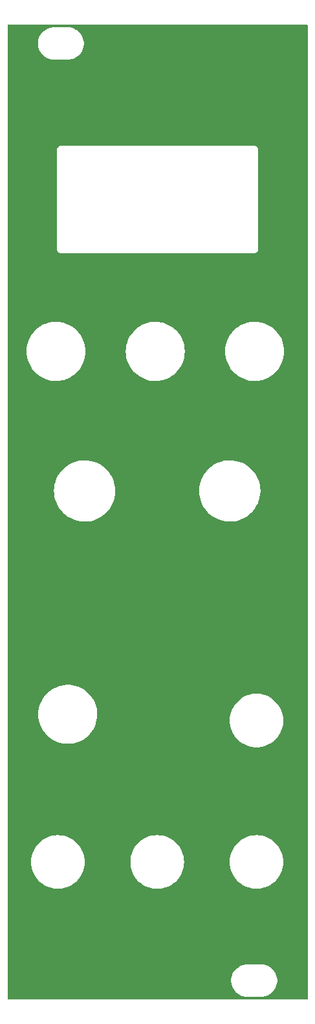
<source format=gbr>
%TF.GenerationSoftware,KiCad,Pcbnew,(5.99.0-12348-g4b436fb86d)*%
%TF.CreationDate,2021-09-19T12:14:32+01:00*%
%TF.ProjectId,Panel,50616e65-6c2e-46b6-9963-61645f706362,rev?*%
%TF.SameCoordinates,Original*%
%TF.FileFunction,Copper,L1,Top*%
%TF.FilePolarity,Positive*%
%FSLAX46Y46*%
G04 Gerber Fmt 4.6, Leading zero omitted, Abs format (unit mm)*
G04 Created by KiCad (PCBNEW (5.99.0-12348-g4b436fb86d)) date 2021-09-19 12:14:32*
%MOMM*%
%LPD*%
G01*
G04 APERTURE LIST*
G04 APERTURE END LIST*
%TA.AperFunction,NonConductor*%
G36*
X142634121Y-40528002D02*
G01*
X142680614Y-40581658D01*
X142692000Y-40634000D01*
X142692000Y-167866000D01*
X142671998Y-167934121D01*
X142618342Y-167980614D01*
X142566000Y-167992000D01*
X103534000Y-167992000D01*
X103465879Y-167971998D01*
X103419386Y-167918342D01*
X103408000Y-167866000D01*
X103408000Y-165632703D01*
X132690743Y-165632703D01*
X132728268Y-165917734D01*
X132804129Y-166195036D01*
X132916923Y-166459476D01*
X133064561Y-166706161D01*
X133244313Y-166930528D01*
X133452851Y-167128423D01*
X133686317Y-167296186D01*
X133690112Y-167298195D01*
X133690113Y-167298196D01*
X133711869Y-167309715D01*
X133940392Y-167430712D01*
X134210373Y-167529511D01*
X134491264Y-167590755D01*
X134519841Y-167593004D01*
X134714282Y-167608307D01*
X134714291Y-167608307D01*
X134716739Y-167608500D01*
X136672271Y-167608500D01*
X136674407Y-167608354D01*
X136674418Y-167608354D01*
X136882548Y-167594165D01*
X136882554Y-167594164D01*
X136886825Y-167593873D01*
X136891020Y-167593004D01*
X136891022Y-167593004D01*
X137027584Y-167564723D01*
X137168342Y-167535574D01*
X137439343Y-167439607D01*
X137694812Y-167307750D01*
X137698313Y-167305289D01*
X137698317Y-167305287D01*
X137812418Y-167225095D01*
X137930023Y-167142441D01*
X138140622Y-166946740D01*
X138322713Y-166724268D01*
X138472927Y-166479142D01*
X138588483Y-166215898D01*
X138667244Y-165939406D01*
X138707751Y-165654784D01*
X138707845Y-165636951D01*
X138709235Y-165371583D01*
X138709235Y-165371576D01*
X138709257Y-165367297D01*
X138671732Y-165082266D01*
X138595871Y-164804964D01*
X138483077Y-164540524D01*
X138335439Y-164293839D01*
X138155687Y-164069472D01*
X137947149Y-163871577D01*
X137713683Y-163703814D01*
X137691843Y-163692250D01*
X137668654Y-163679972D01*
X137459608Y-163569288D01*
X137189627Y-163470489D01*
X136908736Y-163409245D01*
X136877685Y-163406801D01*
X136685718Y-163391693D01*
X136685709Y-163391693D01*
X136683261Y-163391500D01*
X134727729Y-163391500D01*
X134725593Y-163391646D01*
X134725582Y-163391646D01*
X134517452Y-163405835D01*
X134517446Y-163405836D01*
X134513175Y-163406127D01*
X134508980Y-163406996D01*
X134508978Y-163406996D01*
X134372417Y-163435276D01*
X134231658Y-163464426D01*
X133960657Y-163560393D01*
X133705188Y-163692250D01*
X133701687Y-163694711D01*
X133701683Y-163694713D01*
X133691594Y-163701804D01*
X133469977Y-163857559D01*
X133259378Y-164053260D01*
X133077287Y-164275732D01*
X132927073Y-164520858D01*
X132811517Y-164784102D01*
X132732756Y-165060594D01*
X132692249Y-165345216D01*
X132692227Y-165349505D01*
X132692226Y-165349512D01*
X132690765Y-165628417D01*
X132690743Y-165632703D01*
X103408000Y-165632703D01*
X103408000Y-150000000D01*
X106486685Y-150000000D01*
X106505931Y-150367241D01*
X106563459Y-150730459D01*
X106658639Y-151085674D01*
X106790427Y-151428994D01*
X106957380Y-151756657D01*
X107157668Y-152065075D01*
X107389098Y-152350867D01*
X107649133Y-152610902D01*
X107934925Y-152842332D01*
X108243342Y-153042620D01*
X108246276Y-153044115D01*
X108246283Y-153044119D01*
X108568066Y-153208075D01*
X108571006Y-153209573D01*
X108914326Y-153341361D01*
X109269541Y-153436541D01*
X109462558Y-153467112D01*
X109629511Y-153493555D01*
X109629519Y-153493556D01*
X109632759Y-153494069D01*
X110000000Y-153513315D01*
X110367241Y-153494069D01*
X110370481Y-153493556D01*
X110370489Y-153493555D01*
X110537442Y-153467112D01*
X110730459Y-153436541D01*
X111085674Y-153341361D01*
X111428994Y-153209573D01*
X111431934Y-153208075D01*
X111753717Y-153044119D01*
X111753724Y-153044115D01*
X111756658Y-153042620D01*
X112065075Y-152842332D01*
X112350867Y-152610902D01*
X112610902Y-152350867D01*
X112842332Y-152065075D01*
X113042620Y-151756657D01*
X113209573Y-151428994D01*
X113341361Y-151085674D01*
X113436541Y-150730459D01*
X113494069Y-150367241D01*
X113513315Y-150000000D01*
X119486685Y-150000000D01*
X119505931Y-150367241D01*
X119563459Y-150730459D01*
X119658639Y-151085674D01*
X119790427Y-151428994D01*
X119957380Y-151756657D01*
X120157668Y-152065075D01*
X120389098Y-152350867D01*
X120649133Y-152610902D01*
X120934925Y-152842332D01*
X121243342Y-153042620D01*
X121246276Y-153044115D01*
X121246283Y-153044119D01*
X121568066Y-153208075D01*
X121571006Y-153209573D01*
X121914326Y-153341361D01*
X122269541Y-153436541D01*
X122462558Y-153467112D01*
X122629511Y-153493555D01*
X122629519Y-153493556D01*
X122632759Y-153494069D01*
X123000000Y-153513315D01*
X123367241Y-153494069D01*
X123370481Y-153493556D01*
X123370489Y-153493555D01*
X123537442Y-153467112D01*
X123730459Y-153436541D01*
X124085674Y-153341361D01*
X124428994Y-153209573D01*
X124431934Y-153208075D01*
X124753717Y-153044119D01*
X124753724Y-153044115D01*
X124756658Y-153042620D01*
X125065075Y-152842332D01*
X125350867Y-152610902D01*
X125610902Y-152350867D01*
X125842332Y-152065075D01*
X126042620Y-151756657D01*
X126209573Y-151428994D01*
X126341361Y-151085674D01*
X126436541Y-150730459D01*
X126494069Y-150367241D01*
X126513315Y-150000000D01*
X132486685Y-150000000D01*
X132505931Y-150367241D01*
X132563459Y-150730459D01*
X132658639Y-151085674D01*
X132790427Y-151428994D01*
X132957380Y-151756657D01*
X133157668Y-152065075D01*
X133389098Y-152350867D01*
X133649133Y-152610902D01*
X133934925Y-152842332D01*
X134243342Y-153042620D01*
X134246276Y-153044115D01*
X134246283Y-153044119D01*
X134568066Y-153208075D01*
X134571006Y-153209573D01*
X134914326Y-153341361D01*
X135269541Y-153436541D01*
X135462558Y-153467112D01*
X135629511Y-153493555D01*
X135629519Y-153493556D01*
X135632759Y-153494069D01*
X136000000Y-153513315D01*
X136367241Y-153494069D01*
X136370481Y-153493556D01*
X136370489Y-153493555D01*
X136537442Y-153467112D01*
X136730459Y-153436541D01*
X137085674Y-153341361D01*
X137428994Y-153209573D01*
X137431934Y-153208075D01*
X137753717Y-153044119D01*
X137753724Y-153044115D01*
X137756658Y-153042620D01*
X138065075Y-152842332D01*
X138350867Y-152610902D01*
X138610902Y-152350867D01*
X138842332Y-152065075D01*
X139042620Y-151756657D01*
X139209573Y-151428994D01*
X139341361Y-151085674D01*
X139436541Y-150730459D01*
X139494069Y-150367241D01*
X139513315Y-150000000D01*
X139494069Y-149632759D01*
X139436541Y-149269541D01*
X139341361Y-148914326D01*
X139209573Y-148571006D01*
X139042620Y-148243343D01*
X138842332Y-147934925D01*
X138610902Y-147649133D01*
X138350867Y-147389098D01*
X138065075Y-147157668D01*
X137756658Y-146957380D01*
X137753724Y-146955885D01*
X137753717Y-146955881D01*
X137431934Y-146791925D01*
X137428994Y-146790427D01*
X137085674Y-146658639D01*
X136730459Y-146563459D01*
X136537442Y-146532888D01*
X136370489Y-146506445D01*
X136370481Y-146506444D01*
X136367241Y-146505931D01*
X136000000Y-146486685D01*
X135632759Y-146505931D01*
X135629519Y-146506444D01*
X135629511Y-146506445D01*
X135462558Y-146532888D01*
X135269541Y-146563459D01*
X134914326Y-146658639D01*
X134571006Y-146790427D01*
X134568066Y-146791925D01*
X134246284Y-146955881D01*
X134246277Y-146955885D01*
X134243343Y-146957380D01*
X133934925Y-147157668D01*
X133649133Y-147389098D01*
X133389098Y-147649133D01*
X133157668Y-147934925D01*
X132957380Y-148243343D01*
X132790427Y-148571006D01*
X132658639Y-148914326D01*
X132563459Y-149269541D01*
X132505931Y-149632759D01*
X132486685Y-150000000D01*
X126513315Y-150000000D01*
X126494069Y-149632759D01*
X126436541Y-149269541D01*
X126341361Y-148914326D01*
X126209573Y-148571006D01*
X126042620Y-148243343D01*
X125842332Y-147934925D01*
X125610902Y-147649133D01*
X125350867Y-147389098D01*
X125065075Y-147157668D01*
X124756658Y-146957380D01*
X124753724Y-146955885D01*
X124753717Y-146955881D01*
X124431934Y-146791925D01*
X124428994Y-146790427D01*
X124085674Y-146658639D01*
X123730459Y-146563459D01*
X123537442Y-146532888D01*
X123370489Y-146506445D01*
X123370481Y-146506444D01*
X123367241Y-146505931D01*
X123000000Y-146486685D01*
X122632759Y-146505931D01*
X122629519Y-146506444D01*
X122629511Y-146506445D01*
X122462558Y-146532888D01*
X122269541Y-146563459D01*
X121914326Y-146658639D01*
X121571006Y-146790427D01*
X121568066Y-146791925D01*
X121246284Y-146955881D01*
X121246277Y-146955885D01*
X121243343Y-146957380D01*
X120934925Y-147157668D01*
X120649133Y-147389098D01*
X120389098Y-147649133D01*
X120157668Y-147934925D01*
X119957380Y-148243343D01*
X119790427Y-148571006D01*
X119658639Y-148914326D01*
X119563459Y-149269541D01*
X119505931Y-149632759D01*
X119486685Y-150000000D01*
X113513315Y-150000000D01*
X113494069Y-149632759D01*
X113436541Y-149269541D01*
X113341361Y-148914326D01*
X113209573Y-148571006D01*
X113042620Y-148243343D01*
X112842332Y-147934925D01*
X112610902Y-147649133D01*
X112350867Y-147389098D01*
X112065075Y-147157668D01*
X111756658Y-146957380D01*
X111753724Y-146955885D01*
X111753717Y-146955881D01*
X111431934Y-146791925D01*
X111428994Y-146790427D01*
X111085674Y-146658639D01*
X110730459Y-146563459D01*
X110537442Y-146532888D01*
X110370489Y-146506445D01*
X110370481Y-146506444D01*
X110367241Y-146505931D01*
X110000000Y-146486685D01*
X109632759Y-146505931D01*
X109629519Y-146506444D01*
X109629511Y-146506445D01*
X109462558Y-146532888D01*
X109269541Y-146563459D01*
X108914326Y-146658639D01*
X108571006Y-146790427D01*
X108568066Y-146791925D01*
X108246284Y-146955881D01*
X108246277Y-146955885D01*
X108243343Y-146957380D01*
X107934925Y-147157668D01*
X107649133Y-147389098D01*
X107389098Y-147649133D01*
X107157668Y-147934925D01*
X106957380Y-148243343D01*
X106790427Y-148571006D01*
X106658639Y-148914326D01*
X106563459Y-149269541D01*
X106505931Y-149632759D01*
X106486685Y-150000000D01*
X103408000Y-150000000D01*
X103408000Y-130686514D01*
X107436565Y-130686514D01*
X107454980Y-131077008D01*
X107512763Y-131463641D01*
X107513549Y-131466723D01*
X107513549Y-131466725D01*
X107523648Y-131506343D01*
X107609321Y-131842456D01*
X107743667Y-132209574D01*
X107914425Y-132561236D01*
X108119846Y-132893841D01*
X108121787Y-132896371D01*
X108121788Y-132896372D01*
X108143240Y-132924328D01*
X108357828Y-133203985D01*
X108625933Y-133488491D01*
X108628338Y-133490575D01*
X108628344Y-133490580D01*
X108919010Y-133742362D01*
X108921417Y-133744447D01*
X109241254Y-133969233D01*
X109582170Y-134160546D01*
X109940674Y-134316428D01*
X110313096Y-134435283D01*
X110316229Y-134435943D01*
X110316232Y-134435944D01*
X110692494Y-134515234D01*
X110692497Y-134515235D01*
X110695622Y-134515893D01*
X111084336Y-134557435D01*
X111087523Y-134557452D01*
X111087529Y-134557452D01*
X111264895Y-134558380D01*
X111475258Y-134559482D01*
X111634808Y-134544119D01*
X111861221Y-134522318D01*
X111861226Y-134522317D01*
X111864386Y-134522013D01*
X111867505Y-134521390D01*
X111867510Y-134521389D01*
X112056412Y-134483642D01*
X112247735Y-134445412D01*
X112576946Y-134344134D01*
X112618339Y-134331400D01*
X112618342Y-134331399D01*
X112621381Y-134330464D01*
X112624309Y-134329227D01*
X112624315Y-134329225D01*
X112786219Y-134260834D01*
X112981498Y-134178345D01*
X112984301Y-134176811D01*
X112984306Y-134176808D01*
X113132339Y-134095762D01*
X113324398Y-133990612D01*
X113646572Y-133769188D01*
X113944720Y-133516340D01*
X113946925Y-133514048D01*
X113946931Y-133514043D01*
X114191954Y-133259426D01*
X114215790Y-133234657D01*
X114457006Y-132927023D01*
X114665899Y-132596587D01*
X114667319Y-132593739D01*
X114667324Y-132593730D01*
X114838910Y-132249580D01*
X114840330Y-132246732D01*
X114978513Y-131881041D01*
X114983061Y-131863951D01*
X115078212Y-131506343D01*
X115079033Y-131503258D01*
X115079555Y-131500000D01*
X132486685Y-131500000D01*
X132505931Y-131867241D01*
X132506444Y-131870481D01*
X132506445Y-131870489D01*
X132532888Y-132037442D01*
X132563459Y-132230459D01*
X132658639Y-132585674D01*
X132790427Y-132928994D01*
X132791925Y-132931934D01*
X132947344Y-133236960D01*
X132957380Y-133256657D01*
X133157668Y-133565075D01*
X133389098Y-133850867D01*
X133649133Y-134110902D01*
X133934925Y-134342332D01*
X133937700Y-134344134D01*
X134212080Y-134522318D01*
X134243342Y-134542620D01*
X134246276Y-134544115D01*
X134246283Y-134544119D01*
X134568066Y-134708075D01*
X134571006Y-134709573D01*
X134914326Y-134841361D01*
X135269541Y-134936541D01*
X135462558Y-134967112D01*
X135629511Y-134993555D01*
X135629519Y-134993556D01*
X135632759Y-134994069D01*
X136000000Y-135013315D01*
X136367241Y-134994069D01*
X136370481Y-134993556D01*
X136370489Y-134993555D01*
X136537442Y-134967112D01*
X136730459Y-134936541D01*
X137085674Y-134841361D01*
X137428994Y-134709573D01*
X137431934Y-134708075D01*
X137753717Y-134544119D01*
X137753724Y-134544115D01*
X137756658Y-134542620D01*
X137787921Y-134522318D01*
X138062300Y-134344134D01*
X138065075Y-134342332D01*
X138350867Y-134110902D01*
X138610902Y-133850867D01*
X138842332Y-133565075D01*
X139042620Y-133256657D01*
X139052657Y-133236960D01*
X139208075Y-132931934D01*
X139209573Y-132928994D01*
X139341361Y-132585674D01*
X139436541Y-132230459D01*
X139467112Y-132037442D01*
X139493555Y-131870489D01*
X139493556Y-131870481D01*
X139494069Y-131867241D01*
X139513315Y-131500000D01*
X139494069Y-131132759D01*
X139491109Y-131114065D01*
X139437057Y-130772802D01*
X139436541Y-130769541D01*
X139341361Y-130414326D01*
X139209573Y-130071006D01*
X139208075Y-130068066D01*
X139044119Y-129746284D01*
X139044115Y-129746277D01*
X139042620Y-129743343D01*
X138842332Y-129434925D01*
X138610902Y-129149133D01*
X138350867Y-128889098D01*
X138065075Y-128657668D01*
X137797666Y-128484011D01*
X137759427Y-128459178D01*
X137759424Y-128459176D01*
X137756658Y-128457380D01*
X137753724Y-128455885D01*
X137753717Y-128455881D01*
X137431934Y-128291925D01*
X137428994Y-128290427D01*
X137156327Y-128185760D01*
X137088764Y-128159825D01*
X137088762Y-128159824D01*
X137085674Y-128158639D01*
X136730459Y-128063459D01*
X136537442Y-128032888D01*
X136370489Y-128006445D01*
X136370481Y-128006444D01*
X136367241Y-128005931D01*
X136000000Y-127986685D01*
X135632759Y-128005931D01*
X135629519Y-128006444D01*
X135629511Y-128006445D01*
X135462558Y-128032888D01*
X135269541Y-128063459D01*
X134914326Y-128158639D01*
X134911238Y-128159824D01*
X134911236Y-128159825D01*
X134843673Y-128185760D01*
X134571006Y-128290427D01*
X134568066Y-128291925D01*
X134246284Y-128455881D01*
X134246277Y-128455885D01*
X134243343Y-128457380D01*
X134240577Y-128459176D01*
X134240574Y-128459178D01*
X134036482Y-128591716D01*
X133934925Y-128657668D01*
X133649133Y-128889098D01*
X133389098Y-129149133D01*
X133157668Y-129434925D01*
X132957380Y-129743343D01*
X132955885Y-129746277D01*
X132955881Y-129746284D01*
X132791925Y-130068066D01*
X132790427Y-130071006D01*
X132658639Y-130414326D01*
X132563459Y-130769541D01*
X132562943Y-130772802D01*
X132508892Y-131114065D01*
X132505931Y-131132759D01*
X132486685Y-131500000D01*
X115079555Y-131500000D01*
X115140861Y-131117251D01*
X115143000Y-131080167D01*
X115163267Y-130728665D01*
X115163365Y-130726972D01*
X115163459Y-130700000D01*
X115149150Y-130417519D01*
X115143842Y-130312746D01*
X115143841Y-130312741D01*
X115143681Y-130309573D01*
X115084549Y-129923144D01*
X114986668Y-129544668D01*
X114983047Y-129534879D01*
X114852151Y-129181019D01*
X114852148Y-129181013D01*
X114851042Y-129178022D01*
X114679057Y-128826958D01*
X114673503Y-128818034D01*
X114474162Y-128497781D01*
X114472476Y-128495072D01*
X114233414Y-128185760D01*
X113964317Y-127902192D01*
X113961893Y-127900107D01*
X113670356Y-127649346D01*
X113670353Y-127649344D01*
X113667941Y-127647269D01*
X113665333Y-127645449D01*
X113665327Y-127645445D01*
X113349934Y-127425424D01*
X113347321Y-127423601D01*
X113005740Y-127233479D01*
X113002820Y-127232221D01*
X113002815Y-127232219D01*
X112649628Y-127080112D01*
X112649618Y-127080108D01*
X112646694Y-127078849D01*
X112273860Y-126961295D01*
X111999971Y-126904575D01*
X111894180Y-126882667D01*
X111894177Y-126882667D01*
X111891055Y-126882020D01*
X111607344Y-126852702D01*
X111505354Y-126842162D01*
X111505351Y-126842162D01*
X111502198Y-126841836D01*
X111499031Y-126841830D01*
X111499022Y-126841830D01*
X111306362Y-126841494D01*
X111111271Y-126841153D01*
X110722276Y-126879980D01*
X110339197Y-126957919D01*
X109965955Y-127074171D01*
X109858229Y-127120120D01*
X109609301Y-127226296D01*
X109609297Y-127226298D01*
X109606371Y-127227546D01*
X109603592Y-127229080D01*
X109603586Y-127229083D01*
X109308467Y-127391998D01*
X109264128Y-127416474D01*
X109261507Y-127418289D01*
X109261502Y-127418292D01*
X108945353Y-127637204D01*
X108942729Y-127639021D01*
X108645466Y-127892909D01*
X108375381Y-128175536D01*
X108373424Y-128178049D01*
X108373423Y-128178051D01*
X108155972Y-128457380D01*
X108135240Y-128484011D01*
X108133544Y-128486715D01*
X108133541Y-128486719D01*
X108128301Y-128495072D01*
X107927501Y-128815174D01*
X107926091Y-128818026D01*
X107926087Y-128818034D01*
X107889807Y-128891442D01*
X107754293Y-129165635D01*
X107617387Y-129531806D01*
X107518186Y-129909938D01*
X107457705Y-130296159D01*
X107457534Y-130299318D01*
X107457533Y-130299327D01*
X107439083Y-130640015D01*
X107436565Y-130686514D01*
X103408000Y-130686514D01*
X103408000Y-101443965D01*
X109487057Y-101443965D01*
X109500741Y-101835827D01*
X109552599Y-102224484D01*
X109642136Y-102606225D01*
X109768496Y-102977407D01*
X109930475Y-103334487D01*
X110126525Y-103674056D01*
X110128314Y-103676554D01*
X110128316Y-103676558D01*
X110228047Y-103815860D01*
X110354776Y-103992874D01*
X110613049Y-104287896D01*
X110898878Y-104556308D01*
X111209536Y-104795546D01*
X111212139Y-104797173D01*
X111212144Y-104797176D01*
X111331576Y-104871805D01*
X111542056Y-105003328D01*
X111893266Y-105177670D01*
X112259812Y-105316907D01*
X112638195Y-105419712D01*
X112936419Y-105470153D01*
X113021783Y-105484591D01*
X113021786Y-105484591D01*
X113024805Y-105485102D01*
X113179444Y-105495916D01*
X113412885Y-105512240D01*
X113412893Y-105512240D01*
X113415951Y-105512454D01*
X113668037Y-105505413D01*
X113804825Y-105501592D01*
X113804828Y-105501592D01*
X113807899Y-105501506D01*
X113810952Y-105501120D01*
X113810956Y-105501120D01*
X113952576Y-105483229D01*
X114196908Y-105452362D01*
X114199912Y-105451680D01*
X114199915Y-105451679D01*
X114576269Y-105366174D01*
X114576275Y-105366172D01*
X114579265Y-105365493D01*
X114582184Y-105364522D01*
X114948396Y-105242700D01*
X114948402Y-105242698D01*
X114951320Y-105241727D01*
X115092735Y-105178765D01*
X115306722Y-105083492D01*
X115306728Y-105083489D01*
X115309522Y-105082245D01*
X115312191Y-105080729D01*
X115647784Y-104890086D01*
X115647790Y-104890083D01*
X115650452Y-104888570D01*
X115970855Y-104662550D01*
X116267674Y-104406344D01*
X116538074Y-104122395D01*
X116779475Y-103813415D01*
X116989574Y-103482354D01*
X117166363Y-103132370D01*
X117226469Y-102977407D01*
X117307041Y-102769681D01*
X117307044Y-102769672D01*
X117308156Y-102766805D01*
X117413600Y-102389148D01*
X117481688Y-102003004D01*
X117511769Y-101612059D01*
X117513334Y-101500000D01*
X117510594Y-101443965D01*
X128487057Y-101443965D01*
X128500741Y-101835827D01*
X128552599Y-102224484D01*
X128642136Y-102606225D01*
X128768496Y-102977407D01*
X128930475Y-103334487D01*
X129126525Y-103674056D01*
X129128314Y-103676554D01*
X129128316Y-103676558D01*
X129228047Y-103815860D01*
X129354776Y-103992874D01*
X129613049Y-104287896D01*
X129898878Y-104556308D01*
X130209536Y-104795546D01*
X130212139Y-104797173D01*
X130212144Y-104797176D01*
X130331576Y-104871805D01*
X130542056Y-105003328D01*
X130893266Y-105177670D01*
X131259812Y-105316907D01*
X131638195Y-105419712D01*
X131936419Y-105470153D01*
X132021783Y-105484591D01*
X132021786Y-105484591D01*
X132024805Y-105485102D01*
X132179444Y-105495916D01*
X132412885Y-105512240D01*
X132412893Y-105512240D01*
X132415951Y-105512454D01*
X132668037Y-105505413D01*
X132804825Y-105501592D01*
X132804828Y-105501592D01*
X132807899Y-105501506D01*
X132810952Y-105501120D01*
X132810956Y-105501120D01*
X132952576Y-105483229D01*
X133196908Y-105452362D01*
X133199912Y-105451680D01*
X133199915Y-105451679D01*
X133576269Y-105366174D01*
X133576275Y-105366172D01*
X133579265Y-105365493D01*
X133582184Y-105364522D01*
X133948396Y-105242700D01*
X133948402Y-105242698D01*
X133951320Y-105241727D01*
X134092735Y-105178765D01*
X134306722Y-105083492D01*
X134306728Y-105083489D01*
X134309522Y-105082245D01*
X134312191Y-105080729D01*
X134647784Y-104890086D01*
X134647790Y-104890083D01*
X134650452Y-104888570D01*
X134970855Y-104662550D01*
X135267674Y-104406344D01*
X135538074Y-104122395D01*
X135779475Y-103813415D01*
X135989574Y-103482354D01*
X136166363Y-103132370D01*
X136226469Y-102977407D01*
X136307041Y-102769681D01*
X136307044Y-102769672D01*
X136308156Y-102766805D01*
X136413600Y-102389148D01*
X136481688Y-102003004D01*
X136511769Y-101612059D01*
X136513334Y-101500000D01*
X136510594Y-101443965D01*
X136494330Y-101111440D01*
X136494180Y-101108367D01*
X136436901Y-100720473D01*
X136342043Y-100340019D01*
X136210512Y-99970637D01*
X136043564Y-99615854D01*
X136041997Y-99613225D01*
X136041992Y-99613216D01*
X135844361Y-99281689D01*
X135842791Y-99279055D01*
X135840977Y-99276595D01*
X135840972Y-99276587D01*
X135611933Y-98965926D01*
X135611931Y-98965923D01*
X135610111Y-98963455D01*
X135347744Y-98672068D01*
X135058195Y-98407673D01*
X134744228Y-98172795D01*
X134696015Y-98143596D01*
X134411467Y-97971267D01*
X134411458Y-97971262D01*
X134408839Y-97969676D01*
X134055229Y-97800255D01*
X134052339Y-97799203D01*
X134052334Y-97799201D01*
X133689674Y-97667204D01*
X133689671Y-97667203D01*
X133686775Y-97666149D01*
X133410563Y-97595229D01*
X133309977Y-97569403D01*
X133309974Y-97569402D01*
X133306993Y-97568637D01*
X132919508Y-97508651D01*
X132528018Y-97486764D01*
X132524939Y-97486893D01*
X132524936Y-97486893D01*
X132269188Y-97497612D01*
X132136261Y-97503183D01*
X132133217Y-97503611D01*
X132133215Y-97503611D01*
X131922778Y-97533186D01*
X131747976Y-97557753D01*
X131366869Y-97649953D01*
X130996579Y-97778902D01*
X130640638Y-97943369D01*
X130302446Y-98141785D01*
X130142444Y-98258033D01*
X129987711Y-98370453D01*
X129987705Y-98370458D01*
X129985230Y-98372256D01*
X129982944Y-98374285D01*
X129982941Y-98374288D01*
X129903123Y-98445154D01*
X129692017Y-98632583D01*
X129689938Y-98634828D01*
X129689931Y-98634835D01*
X129427694Y-98918026D01*
X129425608Y-98920279D01*
X129188544Y-99232599D01*
X128983089Y-99566562D01*
X128811203Y-99918980D01*
X128674527Y-100286489D01*
X128574367Y-100665581D01*
X128511677Y-101052638D01*
X128511483Y-101055718D01*
X128511483Y-101055720D01*
X128507978Y-101111440D01*
X128487057Y-101443965D01*
X117510594Y-101443965D01*
X117494330Y-101111440D01*
X117494180Y-101108367D01*
X117436901Y-100720473D01*
X117342043Y-100340019D01*
X117210512Y-99970637D01*
X117043564Y-99615854D01*
X117041997Y-99613225D01*
X117041992Y-99613216D01*
X116844361Y-99281689D01*
X116842791Y-99279055D01*
X116840977Y-99276595D01*
X116840972Y-99276587D01*
X116611933Y-98965926D01*
X116611931Y-98965923D01*
X116610111Y-98963455D01*
X116347744Y-98672068D01*
X116058195Y-98407673D01*
X115744228Y-98172795D01*
X115696015Y-98143596D01*
X115411467Y-97971267D01*
X115411458Y-97971262D01*
X115408839Y-97969676D01*
X115055229Y-97800255D01*
X115052339Y-97799203D01*
X115052334Y-97799201D01*
X114689674Y-97667204D01*
X114689671Y-97667203D01*
X114686775Y-97666149D01*
X114410563Y-97595229D01*
X114309977Y-97569403D01*
X114309974Y-97569402D01*
X114306993Y-97568637D01*
X113919508Y-97508651D01*
X113528018Y-97486764D01*
X113524939Y-97486893D01*
X113524936Y-97486893D01*
X113269188Y-97497612D01*
X113136261Y-97503183D01*
X113133217Y-97503611D01*
X113133215Y-97503611D01*
X112922778Y-97533186D01*
X112747976Y-97557753D01*
X112366869Y-97649953D01*
X111996579Y-97778902D01*
X111640638Y-97943369D01*
X111302446Y-98141785D01*
X111142444Y-98258033D01*
X110987711Y-98370453D01*
X110987705Y-98370458D01*
X110985230Y-98372256D01*
X110982944Y-98374285D01*
X110982941Y-98374288D01*
X110903123Y-98445154D01*
X110692017Y-98632583D01*
X110689938Y-98634828D01*
X110689931Y-98634835D01*
X110427694Y-98918026D01*
X110425608Y-98920279D01*
X110188544Y-99232599D01*
X109983089Y-99566562D01*
X109811203Y-99918980D01*
X109674527Y-100286489D01*
X109574367Y-100665581D01*
X109511677Y-101052638D01*
X109511483Y-101055718D01*
X109511483Y-101055720D01*
X109507978Y-101111440D01*
X109487057Y-101443965D01*
X103408000Y-101443965D01*
X103408000Y-83236514D01*
X105886565Y-83236514D01*
X105904980Y-83627008D01*
X105962763Y-84013641D01*
X105963549Y-84016723D01*
X105963549Y-84016725D01*
X105973648Y-84056343D01*
X106059321Y-84392456D01*
X106193667Y-84759574D01*
X106364425Y-85111236D01*
X106569846Y-85443841D01*
X106571787Y-85446371D01*
X106571788Y-85446372D01*
X106593240Y-85474328D01*
X106807828Y-85753985D01*
X107075933Y-86038491D01*
X107078338Y-86040575D01*
X107078344Y-86040580D01*
X107110462Y-86068401D01*
X107371417Y-86294447D01*
X107691254Y-86519233D01*
X108032170Y-86710546D01*
X108390674Y-86866428D01*
X108763096Y-86985283D01*
X108766229Y-86985943D01*
X108766232Y-86985944D01*
X109142494Y-87065234D01*
X109142497Y-87065235D01*
X109145622Y-87065893D01*
X109534336Y-87107435D01*
X109537523Y-87107452D01*
X109537529Y-87107452D01*
X109714895Y-87108380D01*
X109925258Y-87109482D01*
X110072592Y-87095295D01*
X110311221Y-87072318D01*
X110311226Y-87072317D01*
X110314386Y-87072013D01*
X110317505Y-87071390D01*
X110317510Y-87071389D01*
X110506412Y-87033642D01*
X110697735Y-86995412D01*
X110984089Y-86907318D01*
X111068339Y-86881400D01*
X111068342Y-86881399D01*
X111071381Y-86880464D01*
X111074309Y-86879227D01*
X111074315Y-86879225D01*
X111236219Y-86810834D01*
X111431498Y-86728345D01*
X111434301Y-86726811D01*
X111434306Y-86726808D01*
X111582339Y-86645762D01*
X111774398Y-86540612D01*
X112096572Y-86319188D01*
X112394720Y-86066340D01*
X112396925Y-86064048D01*
X112396931Y-86064043D01*
X112507327Y-85949324D01*
X112665790Y-85784657D01*
X112907006Y-85477023D01*
X113115899Y-85146587D01*
X113117319Y-85143739D01*
X113117324Y-85143730D01*
X113288910Y-84799580D01*
X113290330Y-84796732D01*
X113428513Y-84431041D01*
X113529033Y-84053258D01*
X113590861Y-83667251D01*
X113593000Y-83630167D01*
X113613267Y-83278665D01*
X113613365Y-83276972D01*
X113613459Y-83250000D01*
X113612776Y-83236514D01*
X118886565Y-83236514D01*
X118904980Y-83627008D01*
X118962763Y-84013641D01*
X118963549Y-84016723D01*
X118963549Y-84016725D01*
X118973648Y-84056343D01*
X119059321Y-84392456D01*
X119193667Y-84759574D01*
X119364425Y-85111236D01*
X119569846Y-85443841D01*
X119571787Y-85446371D01*
X119571788Y-85446372D01*
X119593240Y-85474328D01*
X119807828Y-85753985D01*
X120075933Y-86038491D01*
X120078338Y-86040575D01*
X120078344Y-86040580D01*
X120110462Y-86068401D01*
X120371417Y-86294447D01*
X120691254Y-86519233D01*
X121032170Y-86710546D01*
X121390674Y-86866428D01*
X121763096Y-86985283D01*
X121766229Y-86985943D01*
X121766232Y-86985944D01*
X122142494Y-87065234D01*
X122142497Y-87065235D01*
X122145622Y-87065893D01*
X122534336Y-87107435D01*
X122537523Y-87107452D01*
X122537529Y-87107452D01*
X122714895Y-87108380D01*
X122925258Y-87109482D01*
X123072592Y-87095295D01*
X123311221Y-87072318D01*
X123311226Y-87072317D01*
X123314386Y-87072013D01*
X123317505Y-87071390D01*
X123317510Y-87071389D01*
X123506412Y-87033642D01*
X123697735Y-86995412D01*
X123984089Y-86907318D01*
X124068339Y-86881400D01*
X124068342Y-86881399D01*
X124071381Y-86880464D01*
X124074309Y-86879227D01*
X124074315Y-86879225D01*
X124236219Y-86810834D01*
X124431498Y-86728345D01*
X124434301Y-86726811D01*
X124434306Y-86726808D01*
X124582339Y-86645762D01*
X124774398Y-86540612D01*
X125096572Y-86319188D01*
X125394720Y-86066340D01*
X125396925Y-86064048D01*
X125396931Y-86064043D01*
X125507327Y-85949324D01*
X125665790Y-85784657D01*
X125907006Y-85477023D01*
X126115899Y-85146587D01*
X126117319Y-85143739D01*
X126117324Y-85143730D01*
X126288910Y-84799580D01*
X126290330Y-84796732D01*
X126428513Y-84431041D01*
X126529033Y-84053258D01*
X126590861Y-83667251D01*
X126593000Y-83630167D01*
X126613267Y-83278665D01*
X126613365Y-83276972D01*
X126613459Y-83250000D01*
X126612776Y-83236514D01*
X131886565Y-83236514D01*
X131904980Y-83627008D01*
X131962763Y-84013641D01*
X131963549Y-84016723D01*
X131963549Y-84016725D01*
X131973648Y-84056343D01*
X132059321Y-84392456D01*
X132193667Y-84759574D01*
X132364425Y-85111236D01*
X132569846Y-85443841D01*
X132571787Y-85446371D01*
X132571788Y-85446372D01*
X132593240Y-85474328D01*
X132807828Y-85753985D01*
X133075933Y-86038491D01*
X133078338Y-86040575D01*
X133078344Y-86040580D01*
X133110462Y-86068401D01*
X133371417Y-86294447D01*
X133691254Y-86519233D01*
X134032170Y-86710546D01*
X134390674Y-86866428D01*
X134763096Y-86985283D01*
X134766229Y-86985943D01*
X134766232Y-86985944D01*
X135142494Y-87065234D01*
X135142497Y-87065235D01*
X135145622Y-87065893D01*
X135534336Y-87107435D01*
X135537523Y-87107452D01*
X135537529Y-87107452D01*
X135714895Y-87108380D01*
X135925258Y-87109482D01*
X136072592Y-87095295D01*
X136311221Y-87072318D01*
X136311226Y-87072317D01*
X136314386Y-87072013D01*
X136317505Y-87071390D01*
X136317510Y-87071389D01*
X136506412Y-87033642D01*
X136697735Y-86995412D01*
X136984089Y-86907318D01*
X137068339Y-86881400D01*
X137068342Y-86881399D01*
X137071381Y-86880464D01*
X137074309Y-86879227D01*
X137074315Y-86879225D01*
X137236219Y-86810834D01*
X137431498Y-86728345D01*
X137434301Y-86726811D01*
X137434306Y-86726808D01*
X137582339Y-86645762D01*
X137774398Y-86540612D01*
X138096572Y-86319188D01*
X138394720Y-86066340D01*
X138396925Y-86064048D01*
X138396931Y-86064043D01*
X138507327Y-85949324D01*
X138665790Y-85784657D01*
X138907006Y-85477023D01*
X139115899Y-85146587D01*
X139117319Y-85143739D01*
X139117324Y-85143730D01*
X139288910Y-84799580D01*
X139290330Y-84796732D01*
X139428513Y-84431041D01*
X139529033Y-84053258D01*
X139590861Y-83667251D01*
X139593000Y-83630167D01*
X139613267Y-83278665D01*
X139613365Y-83276972D01*
X139613459Y-83250000D01*
X139593681Y-82859573D01*
X139534549Y-82473144D01*
X139436668Y-82094668D01*
X139433047Y-82084879D01*
X139302151Y-81731019D01*
X139302148Y-81731013D01*
X139301042Y-81728022D01*
X139129057Y-81376958D01*
X139123503Y-81368034D01*
X138924162Y-81047781D01*
X138922476Y-81045072D01*
X138683414Y-80735760D01*
X138414317Y-80452192D01*
X138411893Y-80450107D01*
X138120356Y-80199346D01*
X138120353Y-80199344D01*
X138117941Y-80197269D01*
X138115333Y-80195449D01*
X138115327Y-80195445D01*
X137799934Y-79975424D01*
X137797321Y-79973601D01*
X137455740Y-79783479D01*
X137452820Y-79782221D01*
X137452815Y-79782219D01*
X137099628Y-79630112D01*
X137099618Y-79630108D01*
X137096694Y-79628849D01*
X136723860Y-79511295D01*
X136449971Y-79454575D01*
X136344180Y-79432667D01*
X136344177Y-79432667D01*
X136341055Y-79432020D01*
X136057344Y-79402702D01*
X135955354Y-79392162D01*
X135955351Y-79392162D01*
X135952198Y-79391836D01*
X135949031Y-79391830D01*
X135949022Y-79391830D01*
X135756362Y-79391494D01*
X135561271Y-79391153D01*
X135172276Y-79429980D01*
X134789197Y-79507919D01*
X134415955Y-79624171D01*
X134308229Y-79670120D01*
X134059301Y-79776296D01*
X134059297Y-79776298D01*
X134056371Y-79777546D01*
X134053592Y-79779080D01*
X134053586Y-79779083D01*
X133758467Y-79941998D01*
X133714128Y-79966474D01*
X133711507Y-79968289D01*
X133711502Y-79968292D01*
X133395353Y-80187204D01*
X133392729Y-80189021D01*
X133095466Y-80442909D01*
X132825381Y-80725536D01*
X132585240Y-81034011D01*
X132583544Y-81036715D01*
X132583541Y-81036719D01*
X132578301Y-81045072D01*
X132377501Y-81365174D01*
X132376091Y-81368026D01*
X132376087Y-81368034D01*
X132205706Y-81712776D01*
X132204293Y-81715635D01*
X132067387Y-82081806D01*
X131968186Y-82459938D01*
X131907705Y-82846159D01*
X131907534Y-82849318D01*
X131907533Y-82849327D01*
X131889083Y-83190015D01*
X131886565Y-83236514D01*
X126612776Y-83236514D01*
X126593681Y-82859573D01*
X126534549Y-82473144D01*
X126436668Y-82094668D01*
X126433047Y-82084879D01*
X126302151Y-81731019D01*
X126302148Y-81731013D01*
X126301042Y-81728022D01*
X126129057Y-81376958D01*
X126123503Y-81368034D01*
X125924162Y-81047781D01*
X125922476Y-81045072D01*
X125683414Y-80735760D01*
X125414317Y-80452192D01*
X125411893Y-80450107D01*
X125120356Y-80199346D01*
X125120353Y-80199344D01*
X125117941Y-80197269D01*
X125115333Y-80195449D01*
X125115327Y-80195445D01*
X124799934Y-79975424D01*
X124797321Y-79973601D01*
X124455740Y-79783479D01*
X124452820Y-79782221D01*
X124452815Y-79782219D01*
X124099628Y-79630112D01*
X124099618Y-79630108D01*
X124096694Y-79628849D01*
X123723860Y-79511295D01*
X123449971Y-79454575D01*
X123344180Y-79432667D01*
X123344177Y-79432667D01*
X123341055Y-79432020D01*
X123057344Y-79402702D01*
X122955354Y-79392162D01*
X122955351Y-79392162D01*
X122952198Y-79391836D01*
X122949031Y-79391830D01*
X122949022Y-79391830D01*
X122756362Y-79391494D01*
X122561271Y-79391153D01*
X122172276Y-79429980D01*
X121789197Y-79507919D01*
X121415955Y-79624171D01*
X121308229Y-79670120D01*
X121059301Y-79776296D01*
X121059297Y-79776298D01*
X121056371Y-79777546D01*
X121053592Y-79779080D01*
X121053586Y-79779083D01*
X120758467Y-79941998D01*
X120714128Y-79966474D01*
X120711507Y-79968289D01*
X120711502Y-79968292D01*
X120395353Y-80187204D01*
X120392729Y-80189021D01*
X120095466Y-80442909D01*
X119825381Y-80725536D01*
X119585240Y-81034011D01*
X119583544Y-81036715D01*
X119583541Y-81036719D01*
X119578301Y-81045072D01*
X119377501Y-81365174D01*
X119376091Y-81368026D01*
X119376087Y-81368034D01*
X119205706Y-81712776D01*
X119204293Y-81715635D01*
X119067387Y-82081806D01*
X118968186Y-82459938D01*
X118907705Y-82846159D01*
X118907534Y-82849318D01*
X118907533Y-82849327D01*
X118889083Y-83190015D01*
X118886565Y-83236514D01*
X113612776Y-83236514D01*
X113593681Y-82859573D01*
X113534549Y-82473144D01*
X113436668Y-82094668D01*
X113433047Y-82084879D01*
X113302151Y-81731019D01*
X113302148Y-81731013D01*
X113301042Y-81728022D01*
X113129057Y-81376958D01*
X113123503Y-81368034D01*
X112924162Y-81047781D01*
X112922476Y-81045072D01*
X112683414Y-80735760D01*
X112414317Y-80452192D01*
X112411893Y-80450107D01*
X112120356Y-80199346D01*
X112120353Y-80199344D01*
X112117941Y-80197269D01*
X112115333Y-80195449D01*
X112115327Y-80195445D01*
X111799934Y-79975424D01*
X111797321Y-79973601D01*
X111455740Y-79783479D01*
X111452820Y-79782221D01*
X111452815Y-79782219D01*
X111099628Y-79630112D01*
X111099618Y-79630108D01*
X111096694Y-79628849D01*
X110723860Y-79511295D01*
X110449971Y-79454575D01*
X110344180Y-79432667D01*
X110344177Y-79432667D01*
X110341055Y-79432020D01*
X110057344Y-79402702D01*
X109955354Y-79392162D01*
X109955351Y-79392162D01*
X109952198Y-79391836D01*
X109949031Y-79391830D01*
X109949022Y-79391830D01*
X109756362Y-79391494D01*
X109561271Y-79391153D01*
X109172276Y-79429980D01*
X108789197Y-79507919D01*
X108415955Y-79624171D01*
X108308229Y-79670120D01*
X108059301Y-79776296D01*
X108059297Y-79776298D01*
X108056371Y-79777546D01*
X108053592Y-79779080D01*
X108053586Y-79779083D01*
X107758467Y-79941998D01*
X107714128Y-79966474D01*
X107711507Y-79968289D01*
X107711502Y-79968292D01*
X107395353Y-80187204D01*
X107392729Y-80189021D01*
X107095466Y-80442909D01*
X106825381Y-80725536D01*
X106585240Y-81034011D01*
X106583544Y-81036715D01*
X106583541Y-81036719D01*
X106578301Y-81045072D01*
X106377501Y-81365174D01*
X106376091Y-81368026D01*
X106376087Y-81368034D01*
X106205706Y-81712776D01*
X106204293Y-81715635D01*
X106067387Y-82081806D01*
X105968186Y-82459938D01*
X105907705Y-82846159D01*
X105907534Y-82849318D01*
X105907533Y-82849327D01*
X105889083Y-83190015D01*
X105886565Y-83236514D01*
X103408000Y-83236514D01*
X103408000Y-56969652D01*
X109891524Y-56969652D01*
X109891908Y-56970996D01*
X109892000Y-56972341D01*
X109892000Y-69891298D01*
X109891998Y-69892068D01*
X109891524Y-69969652D01*
X109893990Y-69978281D01*
X109893991Y-69978286D01*
X109899639Y-69998048D01*
X109903217Y-70014809D01*
X109906130Y-70035152D01*
X109906133Y-70035162D01*
X109907405Y-70044045D01*
X109918021Y-70067395D01*
X109924464Y-70084907D01*
X109931512Y-70109565D01*
X109947274Y-70134548D01*
X109955404Y-70149614D01*
X109967633Y-70176510D01*
X109984374Y-70195939D01*
X109995479Y-70210947D01*
X110009160Y-70232631D01*
X110015888Y-70238573D01*
X110031296Y-70252181D01*
X110043340Y-70264373D01*
X110062619Y-70286747D01*
X110070147Y-70291626D01*
X110070150Y-70291629D01*
X110084139Y-70300696D01*
X110099013Y-70311986D01*
X110118228Y-70328956D01*
X110126354Y-70332771D01*
X110126355Y-70332772D01*
X110132021Y-70335432D01*
X110144966Y-70341510D01*
X110159935Y-70349824D01*
X110184727Y-70365893D01*
X110201650Y-70370954D01*
X110209290Y-70373239D01*
X110226736Y-70379901D01*
X110249948Y-70390799D01*
X110279130Y-70395343D01*
X110295849Y-70399126D01*
X110315536Y-70405014D01*
X110315539Y-70405015D01*
X110324141Y-70407587D01*
X110333116Y-70407642D01*
X110333117Y-70407642D01*
X110339810Y-70407683D01*
X110358556Y-70407797D01*
X110359328Y-70407830D01*
X110360423Y-70408000D01*
X110391298Y-70408000D01*
X110392068Y-70408002D01*
X110465716Y-70408452D01*
X110465717Y-70408452D01*
X110469652Y-70408476D01*
X110470996Y-70408092D01*
X110472341Y-70408000D01*
X135691298Y-70408000D01*
X135692069Y-70408002D01*
X135769652Y-70408476D01*
X135778281Y-70406010D01*
X135778286Y-70406009D01*
X135798048Y-70400361D01*
X135814809Y-70396783D01*
X135835152Y-70393870D01*
X135835162Y-70393867D01*
X135844045Y-70392595D01*
X135867395Y-70381979D01*
X135884907Y-70375536D01*
X135900937Y-70370954D01*
X135909565Y-70368488D01*
X135934548Y-70352726D01*
X135949614Y-70344596D01*
X135976510Y-70332367D01*
X135995939Y-70315626D01*
X136010947Y-70304521D01*
X136025039Y-70295630D01*
X136032631Y-70290840D01*
X136052182Y-70268703D01*
X136064374Y-70256659D01*
X136079949Y-70243239D01*
X136079950Y-70243237D01*
X136086747Y-70237381D01*
X136091626Y-70229853D01*
X136091629Y-70229850D01*
X136100696Y-70215861D01*
X136111986Y-70200987D01*
X136123012Y-70188502D01*
X136128956Y-70181772D01*
X136141510Y-70155034D01*
X136149824Y-70140065D01*
X136165893Y-70115273D01*
X136173239Y-70090709D01*
X136179901Y-70073264D01*
X136186983Y-70058179D01*
X136190799Y-70050052D01*
X136195343Y-70020870D01*
X136199126Y-70004151D01*
X136205014Y-69984464D01*
X136205015Y-69984461D01*
X136207587Y-69975859D01*
X136207797Y-69941444D01*
X136207830Y-69940672D01*
X136208000Y-69939577D01*
X136208000Y-69908702D01*
X136208002Y-69907932D01*
X136208452Y-69834284D01*
X136208452Y-69834283D01*
X136208476Y-69830348D01*
X136208092Y-69829004D01*
X136208000Y-69827659D01*
X136208000Y-56908702D01*
X136208002Y-56907932D01*
X136208421Y-56839322D01*
X136208476Y-56830348D01*
X136206010Y-56821719D01*
X136206009Y-56821714D01*
X136200361Y-56801952D01*
X136196783Y-56785191D01*
X136193870Y-56764848D01*
X136193867Y-56764838D01*
X136192595Y-56755955D01*
X136181979Y-56732605D01*
X136175536Y-56715093D01*
X136170954Y-56699063D01*
X136168488Y-56690435D01*
X136152726Y-56665452D01*
X136144596Y-56650386D01*
X136132367Y-56623490D01*
X136115626Y-56604061D01*
X136104521Y-56589053D01*
X136095630Y-56574961D01*
X136090840Y-56567369D01*
X136068703Y-56547818D01*
X136056659Y-56535626D01*
X136043239Y-56520051D01*
X136043237Y-56520050D01*
X136037381Y-56513253D01*
X136029853Y-56508374D01*
X136029850Y-56508371D01*
X136015861Y-56499304D01*
X136000987Y-56488014D01*
X135988502Y-56476988D01*
X135981772Y-56471044D01*
X135973646Y-56467229D01*
X135973645Y-56467228D01*
X135967979Y-56464568D01*
X135955034Y-56458490D01*
X135940065Y-56450176D01*
X135915273Y-56434107D01*
X135890709Y-56426761D01*
X135873264Y-56420099D01*
X135868827Y-56418016D01*
X135850052Y-56409201D01*
X135820870Y-56404657D01*
X135804151Y-56400874D01*
X135784464Y-56394986D01*
X135784461Y-56394985D01*
X135775859Y-56392413D01*
X135766884Y-56392358D01*
X135766883Y-56392358D01*
X135760190Y-56392317D01*
X135741444Y-56392203D01*
X135740672Y-56392170D01*
X135739577Y-56392000D01*
X135708702Y-56392000D01*
X135707932Y-56391998D01*
X135634284Y-56391548D01*
X135634283Y-56391548D01*
X135630348Y-56391524D01*
X135629004Y-56391908D01*
X135627659Y-56392000D01*
X110408702Y-56392000D01*
X110407932Y-56391998D01*
X110407078Y-56391993D01*
X110330348Y-56391524D01*
X110321719Y-56393990D01*
X110321714Y-56393991D01*
X110301952Y-56399639D01*
X110285191Y-56403217D01*
X110264848Y-56406130D01*
X110264838Y-56406133D01*
X110255955Y-56407405D01*
X110232605Y-56418021D01*
X110215093Y-56424464D01*
X110207057Y-56426761D01*
X110190435Y-56431512D01*
X110165452Y-56447274D01*
X110150386Y-56455404D01*
X110123490Y-56467633D01*
X110104061Y-56484374D01*
X110089053Y-56495479D01*
X110067369Y-56509160D01*
X110061427Y-56515888D01*
X110047819Y-56531296D01*
X110035627Y-56543340D01*
X110013253Y-56562619D01*
X110008374Y-56570147D01*
X110008371Y-56570150D01*
X109999304Y-56584139D01*
X109988014Y-56599013D01*
X109971044Y-56618228D01*
X109958490Y-56644966D01*
X109950176Y-56659935D01*
X109934107Y-56684727D01*
X109931535Y-56693327D01*
X109926761Y-56709290D01*
X109920099Y-56726736D01*
X109909201Y-56749948D01*
X109904658Y-56779128D01*
X109900874Y-56795849D01*
X109894986Y-56815536D01*
X109894985Y-56815539D01*
X109892413Y-56824141D01*
X109892358Y-56833116D01*
X109892358Y-56833117D01*
X109892203Y-56858546D01*
X109892170Y-56859328D01*
X109892000Y-56860423D01*
X109892000Y-56891298D01*
X109891998Y-56892068D01*
X109891524Y-56969652D01*
X103408000Y-56969652D01*
X103408000Y-43132703D01*
X107390743Y-43132703D01*
X107428268Y-43417734D01*
X107504129Y-43695036D01*
X107616923Y-43959476D01*
X107764561Y-44206161D01*
X107944313Y-44430528D01*
X108152851Y-44628423D01*
X108386317Y-44796186D01*
X108390112Y-44798195D01*
X108390113Y-44798196D01*
X108411869Y-44809715D01*
X108640392Y-44930712D01*
X108910373Y-45029511D01*
X109191264Y-45090755D01*
X109219841Y-45093004D01*
X109414282Y-45108307D01*
X109414291Y-45108307D01*
X109416739Y-45108500D01*
X111372271Y-45108500D01*
X111374407Y-45108354D01*
X111374418Y-45108354D01*
X111582548Y-45094165D01*
X111582554Y-45094164D01*
X111586825Y-45093873D01*
X111591020Y-45093004D01*
X111591022Y-45093004D01*
X111727583Y-45064724D01*
X111868342Y-45035574D01*
X112139343Y-44939607D01*
X112394812Y-44807750D01*
X112398313Y-44805289D01*
X112398317Y-44805287D01*
X112512418Y-44725095D01*
X112630023Y-44642441D01*
X112840622Y-44446740D01*
X113022713Y-44224268D01*
X113172927Y-43979142D01*
X113288483Y-43715898D01*
X113367244Y-43439406D01*
X113407751Y-43154784D01*
X113407845Y-43136951D01*
X113409235Y-42871583D01*
X113409235Y-42871576D01*
X113409257Y-42867297D01*
X113371732Y-42582266D01*
X113295871Y-42304964D01*
X113183077Y-42040524D01*
X113035439Y-41793839D01*
X112855687Y-41569472D01*
X112647149Y-41371577D01*
X112413683Y-41203814D01*
X112391843Y-41192250D01*
X112368654Y-41179972D01*
X112159608Y-41069288D01*
X111889627Y-40970489D01*
X111608736Y-40909245D01*
X111577685Y-40906801D01*
X111385718Y-40891693D01*
X111385709Y-40891693D01*
X111383261Y-40891500D01*
X109427729Y-40891500D01*
X109425593Y-40891646D01*
X109425582Y-40891646D01*
X109217452Y-40905835D01*
X109217446Y-40905836D01*
X109213175Y-40906127D01*
X109208980Y-40906996D01*
X109208978Y-40906996D01*
X109072416Y-40935277D01*
X108931658Y-40964426D01*
X108660657Y-41060393D01*
X108405188Y-41192250D01*
X108401687Y-41194711D01*
X108401683Y-41194713D01*
X108391594Y-41201804D01*
X108169977Y-41357559D01*
X107959378Y-41553260D01*
X107777287Y-41775732D01*
X107627073Y-42020858D01*
X107511517Y-42284102D01*
X107432756Y-42560594D01*
X107392249Y-42845216D01*
X107392227Y-42849505D01*
X107392226Y-42849512D01*
X107390765Y-43128417D01*
X107390743Y-43132703D01*
X103408000Y-43132703D01*
X103408000Y-40634000D01*
X103428002Y-40565879D01*
X103481658Y-40519386D01*
X103534000Y-40508000D01*
X142566000Y-40508000D01*
X142634121Y-40528002D01*
G37*
%TD.AperFunction*%
M02*

</source>
